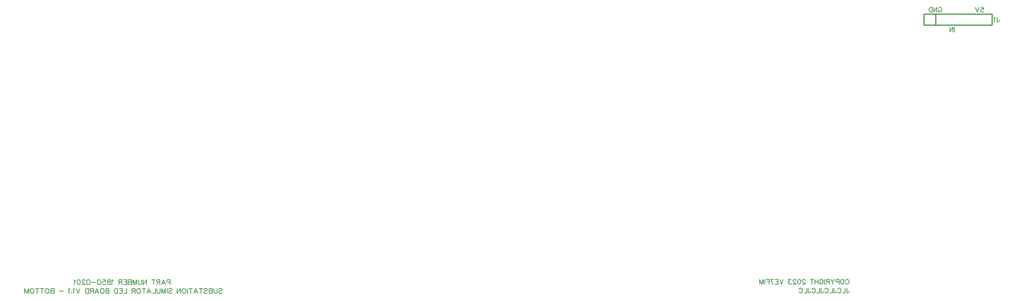
<source format=gbo>
G04 Layer: BottomSilkscreenLayer*
G04 EasyEDA v6.5.34, 2023-08-27 23:32:40*
G04 d061e9a780f541beb3afb4a1d4dccede,5a6b42c53f6a479593ecc07194224c93,10*
G04 Gerber Generator version 0.2*
G04 Scale: 100 percent, Rotated: No, Reflected: No *
G04 Dimensions in millimeters *
G04 leading zeros omitted , absolute positions ,4 integer and 5 decimal *
%FSLAX45Y45*%
%MOMM*%

%ADD10C,0.2032*%
%ADD11C,0.1520*%
%ADD12C,0.1524*%
%ADD13C,0.2540*%

%LPD*%
D10*
X24320804Y463989D02*
G01*
X24320804Y349445D01*
X24320804Y463989D02*
G01*
X24271714Y463989D01*
X24255351Y458536D01*
X24249895Y453082D01*
X24244442Y442173D01*
X24244442Y425808D01*
X24249895Y414898D01*
X24255351Y409445D01*
X24271714Y403989D01*
X24320804Y403989D01*
X24164805Y463989D02*
G01*
X24208440Y349445D01*
X24164805Y463989D02*
G01*
X24121168Y349445D01*
X24192077Y387626D02*
G01*
X24137533Y387626D01*
X24085168Y463989D02*
G01*
X24085168Y349445D01*
X24085168Y463989D02*
G01*
X24036078Y463989D01*
X24019715Y458536D01*
X24014259Y453082D01*
X24008806Y442173D01*
X24008806Y431264D01*
X24014259Y420354D01*
X24019715Y414898D01*
X24036078Y409445D01*
X24085168Y409445D01*
X24046987Y409445D02*
G01*
X24008806Y349445D01*
X23934623Y463989D02*
G01*
X23934623Y349445D01*
X23972804Y463989D02*
G01*
X23896441Y463989D01*
X23776442Y463989D02*
G01*
X23776442Y349445D01*
X23776442Y463989D02*
G01*
X23700079Y349445D01*
X23700079Y463989D02*
G01*
X23700079Y349445D01*
X23664077Y463989D02*
G01*
X23664077Y382173D01*
X23658624Y365808D01*
X23647714Y354898D01*
X23631352Y349445D01*
X23620442Y349445D01*
X23604077Y354898D01*
X23593170Y365808D01*
X23587715Y382173D01*
X23587715Y463989D01*
X23551715Y463989D02*
G01*
X23551715Y349445D01*
X23551715Y463989D02*
G01*
X23508078Y349445D01*
X23464443Y463989D02*
G01*
X23508078Y349445D01*
X23464443Y463989D02*
G01*
X23464443Y349445D01*
X23428441Y463989D02*
G01*
X23428441Y349445D01*
X23428441Y463989D02*
G01*
X23379351Y463989D01*
X23362988Y458536D01*
X23357535Y453082D01*
X23352079Y442173D01*
X23352079Y431264D01*
X23357535Y420354D01*
X23362988Y414898D01*
X23379351Y409445D01*
X23428441Y409445D02*
G01*
X23379351Y409445D01*
X23362988Y403989D01*
X23357535Y398536D01*
X23352079Y387626D01*
X23352079Y371264D01*
X23357535Y360354D01*
X23362988Y354898D01*
X23379351Y349445D01*
X23428441Y349445D01*
X23316079Y463989D02*
G01*
X23316079Y349445D01*
X23316079Y463989D02*
G01*
X23245170Y463989D01*
X23316079Y409445D02*
G01*
X23272442Y409445D01*
X23316079Y349445D02*
G01*
X23245170Y349445D01*
X23209171Y463989D02*
G01*
X23209171Y349445D01*
X23209171Y463989D02*
G01*
X23160080Y463989D01*
X23143715Y458536D01*
X23138262Y453082D01*
X23132806Y442173D01*
X23132806Y431264D01*
X23138262Y420354D01*
X23143715Y414898D01*
X23160080Y409445D01*
X23209171Y409445D01*
X23170989Y409445D02*
G01*
X23132806Y349445D01*
X23012806Y442173D02*
G01*
X23001897Y447626D01*
X22985534Y463989D01*
X22985534Y349445D01*
X22922263Y463989D02*
G01*
X22938625Y458536D01*
X22944079Y447626D01*
X22944079Y436717D01*
X22938625Y425808D01*
X22927716Y420354D01*
X22905897Y414898D01*
X22889535Y409445D01*
X22878625Y398536D01*
X22873172Y387626D01*
X22873172Y371264D01*
X22878625Y360354D01*
X22884079Y354898D01*
X22900444Y349445D01*
X22922263Y349445D01*
X22938625Y354898D01*
X22944079Y360354D01*
X22949534Y371264D01*
X22949534Y387626D01*
X22944079Y398536D01*
X22933172Y409445D01*
X22916807Y414898D01*
X22894988Y420354D01*
X22884079Y425808D01*
X22878625Y436717D01*
X22878625Y447626D01*
X22884079Y458536D01*
X22900444Y463989D01*
X22922263Y463989D01*
X22771717Y463989D02*
G01*
X22826261Y463989D01*
X22831717Y414898D01*
X22826261Y420354D01*
X22809898Y425808D01*
X22793535Y425808D01*
X22777170Y420354D01*
X22766261Y409445D01*
X22760807Y393082D01*
X22760807Y382173D01*
X22766261Y365808D01*
X22777170Y354898D01*
X22793535Y349445D01*
X22809898Y349445D01*
X22826261Y354898D01*
X22831717Y360354D01*
X22837170Y371264D01*
X22692080Y463989D02*
G01*
X22708443Y458536D01*
X22719352Y442173D01*
X22724808Y414898D01*
X22724808Y398536D01*
X22719352Y371264D01*
X22708443Y354898D01*
X22692080Y349445D01*
X22681171Y349445D01*
X22664808Y354898D01*
X22653899Y371264D01*
X22648443Y398536D01*
X22648443Y414898D01*
X22653899Y442173D01*
X22664808Y458536D01*
X22681171Y463989D01*
X22692080Y463989D01*
X22612443Y398536D02*
G01*
X22514262Y398536D01*
X22445535Y463989D02*
G01*
X22461898Y458536D01*
X22472807Y442173D01*
X22478263Y414898D01*
X22478263Y398536D01*
X22472807Y371264D01*
X22461898Y354898D01*
X22445535Y349445D01*
X22434626Y349445D01*
X22418263Y354898D01*
X22407354Y371264D01*
X22401898Y398536D01*
X22401898Y414898D01*
X22407354Y442173D01*
X22418263Y458536D01*
X22434626Y463989D01*
X22445535Y463989D01*
X22360445Y436717D02*
G01*
X22360445Y442173D01*
X22354989Y453082D01*
X22349536Y458536D01*
X22338626Y463989D01*
X22316808Y463989D01*
X22305899Y458536D01*
X22300445Y453082D01*
X22294989Y442173D01*
X22294989Y431264D01*
X22300445Y420354D01*
X22311354Y403989D01*
X22365898Y349445D01*
X22289536Y349445D01*
X22220809Y463989D02*
G01*
X22237171Y458536D01*
X22248080Y442173D01*
X22253536Y414898D01*
X22253536Y398536D01*
X22248080Y371264D01*
X22237171Y354898D01*
X22220809Y349445D01*
X22209899Y349445D01*
X22193537Y354898D01*
X22182627Y371264D01*
X22177171Y398536D01*
X22177171Y414898D01*
X22182627Y442173D01*
X22193537Y458536D01*
X22209899Y463989D01*
X22220809Y463989D01*
X22141172Y442173D02*
G01*
X22130263Y447626D01*
X22113900Y463989D01*
X22113900Y349445D01*
X25437937Y244426D02*
G01*
X25448846Y255336D01*
X25465209Y260789D01*
X25487028Y260789D01*
X25503390Y255336D01*
X25514300Y244426D01*
X25514300Y233517D01*
X25508846Y222608D01*
X25503390Y217154D01*
X25492481Y211698D01*
X25459753Y200789D01*
X25448846Y195336D01*
X25443390Y189882D01*
X25437937Y178973D01*
X25437937Y162608D01*
X25448846Y151698D01*
X25465209Y146245D01*
X25487028Y146245D01*
X25503390Y151698D01*
X25514300Y162608D01*
X25401935Y260789D02*
G01*
X25401935Y178973D01*
X25396482Y162608D01*
X25385572Y151698D01*
X25369210Y146245D01*
X25358300Y146245D01*
X25341935Y151698D01*
X25331028Y162608D01*
X25325572Y178973D01*
X25325572Y260789D01*
X25289573Y260789D02*
G01*
X25289573Y146245D01*
X25289573Y260789D02*
G01*
X25240482Y260789D01*
X25224117Y255336D01*
X25218664Y249882D01*
X25213210Y238973D01*
X25213210Y228064D01*
X25218664Y217154D01*
X25224117Y211698D01*
X25240482Y206245D01*
X25289573Y206245D02*
G01*
X25240482Y206245D01*
X25224117Y200789D01*
X25218664Y195336D01*
X25213210Y184426D01*
X25213210Y168064D01*
X25218664Y157154D01*
X25224117Y151698D01*
X25240482Y146245D01*
X25289573Y146245D01*
X25100846Y244426D02*
G01*
X25111755Y255336D01*
X25128118Y260789D01*
X25149936Y260789D01*
X25166299Y255336D01*
X25177208Y244426D01*
X25177208Y233517D01*
X25171755Y222608D01*
X25166299Y217154D01*
X25155390Y211698D01*
X25122665Y200789D01*
X25111755Y195336D01*
X25106299Y189882D01*
X25100846Y178973D01*
X25100846Y162608D01*
X25111755Y151698D01*
X25128118Y146245D01*
X25149936Y146245D01*
X25166299Y151698D01*
X25177208Y162608D01*
X25026665Y260789D02*
G01*
X25026665Y146245D01*
X25064847Y260789D02*
G01*
X24988481Y260789D01*
X24908847Y260789D02*
G01*
X24952482Y146245D01*
X24908847Y260789D02*
G01*
X24865210Y146245D01*
X24936119Y184426D02*
G01*
X24881573Y184426D01*
X24791029Y260789D02*
G01*
X24791029Y146245D01*
X24829211Y260789D02*
G01*
X24752846Y260789D01*
X24716846Y260789D02*
G01*
X24716846Y146245D01*
X24648119Y260789D02*
G01*
X24659028Y255336D01*
X24669937Y244426D01*
X24675391Y233517D01*
X24680847Y217154D01*
X24680847Y189882D01*
X24675391Y173517D01*
X24669937Y162608D01*
X24659028Y151698D01*
X24648119Y146245D01*
X24626300Y146245D01*
X24615391Y151698D01*
X24604484Y162608D01*
X24599028Y173517D01*
X24593575Y189882D01*
X24593575Y217154D01*
X24599028Y233517D01*
X24604484Y244426D01*
X24615391Y255336D01*
X24626300Y260789D01*
X24648119Y260789D01*
X24557573Y260789D02*
G01*
X24557573Y146245D01*
X24557573Y260789D02*
G01*
X24481210Y146245D01*
X24481210Y260789D02*
G01*
X24481210Y146245D01*
X24284848Y244426D02*
G01*
X24295757Y255336D01*
X24312120Y260789D01*
X24333939Y260789D01*
X24350301Y255336D01*
X24361211Y244426D01*
X24361211Y233517D01*
X24355757Y222608D01*
X24350301Y217154D01*
X24339392Y211698D01*
X24306667Y200789D01*
X24295757Y195336D01*
X24290301Y189882D01*
X24284848Y178973D01*
X24284848Y162608D01*
X24295757Y151698D01*
X24312120Y146245D01*
X24333939Y146245D01*
X24350301Y151698D01*
X24361211Y162608D01*
X24248849Y260789D02*
G01*
X24248849Y146245D01*
X24212847Y260789D02*
G01*
X24212847Y146245D01*
X24212847Y260789D02*
G01*
X24169212Y146245D01*
X24125575Y260789D02*
G01*
X24169212Y146245D01*
X24125575Y260789D02*
G01*
X24125575Y146245D01*
X24089575Y260789D02*
G01*
X24089575Y178973D01*
X24084119Y162608D01*
X24073213Y151698D01*
X24056848Y146245D01*
X24045938Y146245D01*
X24029576Y151698D01*
X24018666Y162608D01*
X24013213Y178973D01*
X24013213Y260789D01*
X23977211Y260789D02*
G01*
X23977211Y146245D01*
X23977211Y146245D02*
G01*
X23911758Y146245D01*
X23832121Y260789D02*
G01*
X23875758Y146245D01*
X23832121Y260789D02*
G01*
X23788484Y146245D01*
X23859393Y184426D02*
G01*
X23804849Y184426D01*
X23714303Y260789D02*
G01*
X23714303Y146245D01*
X23752484Y260789D02*
G01*
X23676122Y260789D01*
X23607395Y260789D02*
G01*
X23618304Y255336D01*
X23629213Y244426D01*
X23634666Y233517D01*
X23640122Y217154D01*
X23640122Y189882D01*
X23634666Y173517D01*
X23629213Y162608D01*
X23618304Y151698D01*
X23607395Y146245D01*
X23585576Y146245D01*
X23574667Y151698D01*
X23563757Y162608D01*
X23558304Y173517D01*
X23552848Y189882D01*
X23552848Y217154D01*
X23558304Y233517D01*
X23563757Y244426D01*
X23574667Y255336D01*
X23585576Y260789D01*
X23607395Y260789D01*
X23516849Y260789D02*
G01*
X23516849Y146245D01*
X23516849Y260789D02*
G01*
X23467758Y260789D01*
X23451395Y255336D01*
X23445939Y249882D01*
X23440486Y238973D01*
X23440486Y228064D01*
X23445939Y217154D01*
X23451395Y211698D01*
X23467758Y206245D01*
X23516849Y206245D01*
X23478667Y206245D02*
G01*
X23440486Y146245D01*
X23320486Y260789D02*
G01*
X23320486Y146245D01*
X23320486Y146245D02*
G01*
X23255030Y146245D01*
X23219031Y260789D02*
G01*
X23219031Y146245D01*
X23219031Y260789D02*
G01*
X23148122Y260789D01*
X23219031Y206245D02*
G01*
X23175394Y206245D01*
X23219031Y146245D02*
G01*
X23148122Y146245D01*
X23112122Y260789D02*
G01*
X23112122Y146245D01*
X23112122Y260789D02*
G01*
X23073941Y260789D01*
X23057576Y255336D01*
X23046669Y244426D01*
X23041213Y233517D01*
X23035760Y217154D01*
X23035760Y189882D01*
X23041213Y173517D01*
X23046669Y162608D01*
X23057576Y151698D01*
X23073941Y146245D01*
X23112122Y146245D01*
X22915760Y260789D02*
G01*
X22915760Y146245D01*
X22915760Y260789D02*
G01*
X22866670Y260789D01*
X22850304Y255336D01*
X22844851Y249882D01*
X22839395Y238973D01*
X22839395Y228064D01*
X22844851Y217154D01*
X22850304Y211698D01*
X22866670Y206245D01*
X22915760Y206245D02*
G01*
X22866670Y206245D01*
X22850304Y200789D01*
X22844851Y195336D01*
X22839395Y184426D01*
X22839395Y168064D01*
X22844851Y157154D01*
X22850304Y151698D01*
X22866670Y146245D01*
X22915760Y146245D01*
X22770668Y260789D02*
G01*
X22781577Y255336D01*
X22792486Y244426D01*
X22797942Y233517D01*
X22803396Y217154D01*
X22803396Y189882D01*
X22797942Y173517D01*
X22792486Y162608D01*
X22781577Y151698D01*
X22770668Y146245D01*
X22748852Y146245D01*
X22737942Y151698D01*
X22727033Y162608D01*
X22721577Y173517D01*
X22716124Y189882D01*
X22716124Y217154D01*
X22721577Y233517D01*
X22727033Y244426D01*
X22737942Y255336D01*
X22748852Y260789D01*
X22770668Y260789D01*
X22636487Y260789D02*
G01*
X22680124Y146245D01*
X22636487Y260789D02*
G01*
X22592850Y146245D01*
X22663759Y184426D02*
G01*
X22609215Y184426D01*
X22556850Y260789D02*
G01*
X22556850Y146245D01*
X22556850Y260789D02*
G01*
X22507760Y260789D01*
X22491397Y255336D01*
X22485941Y249882D01*
X22480488Y238973D01*
X22480488Y228064D01*
X22485941Y217154D01*
X22491397Y211698D01*
X22507760Y206245D01*
X22556850Y206245D01*
X22518669Y206245D02*
G01*
X22480488Y146245D01*
X22444489Y260789D02*
G01*
X22444489Y146245D01*
X22444489Y260789D02*
G01*
X22406305Y260789D01*
X22389942Y255336D01*
X22379033Y244426D01*
X22373579Y233517D01*
X22368123Y217154D01*
X22368123Y189882D01*
X22373579Y173517D01*
X22379033Y162608D01*
X22389942Y151698D01*
X22406305Y146245D01*
X22444489Y146245D01*
X22248124Y260789D02*
G01*
X22204489Y146245D01*
X22160852Y260789D02*
G01*
X22204489Y146245D01*
X22124852Y238973D02*
G01*
X22113943Y244426D01*
X22097578Y260789D01*
X22097578Y146245D01*
X22056125Y173517D02*
G01*
X22061578Y168064D01*
X22056125Y162608D01*
X22050669Y168064D01*
X22056125Y173517D01*
X22014670Y238973D02*
G01*
X22003760Y244426D01*
X21987398Y260789D01*
X21987398Y146245D01*
X21867398Y195336D02*
G01*
X21769217Y195336D01*
X21649217Y260789D02*
G01*
X21649217Y146245D01*
X21649217Y260789D02*
G01*
X21600126Y260789D01*
X21583761Y255336D01*
X21578308Y249882D01*
X21572852Y238973D01*
X21572852Y228064D01*
X21578308Y217154D01*
X21583761Y211698D01*
X21600126Y206245D01*
X21649217Y206245D02*
G01*
X21600126Y206245D01*
X21583761Y200789D01*
X21578308Y195336D01*
X21572852Y184426D01*
X21572852Y168064D01*
X21578308Y157154D01*
X21583761Y151698D01*
X21600126Y146245D01*
X21649217Y146245D01*
X21504125Y260789D02*
G01*
X21515034Y255336D01*
X21525943Y244426D01*
X21531399Y233517D01*
X21536853Y217154D01*
X21536853Y189882D01*
X21531399Y173517D01*
X21525943Y162608D01*
X21515034Y151698D01*
X21504125Y146245D01*
X21482309Y146245D01*
X21471399Y151698D01*
X21460490Y162608D01*
X21455034Y173517D01*
X21449581Y189882D01*
X21449581Y217154D01*
X21455034Y233517D01*
X21460490Y244426D01*
X21471399Y255336D01*
X21482309Y260789D01*
X21504125Y260789D01*
X21375397Y260789D02*
G01*
X21375397Y146245D01*
X21413581Y260789D02*
G01*
X21337216Y260789D01*
X21263035Y260789D02*
G01*
X21263035Y146245D01*
X21301217Y260789D02*
G01*
X21224854Y260789D01*
X21156127Y260789D02*
G01*
X21167036Y255336D01*
X21177945Y244426D01*
X21183399Y233517D01*
X21188855Y217154D01*
X21188855Y189882D01*
X21183399Y173517D01*
X21177945Y162608D01*
X21167036Y151698D01*
X21156127Y146245D01*
X21134308Y146245D01*
X21123399Y151698D01*
X21112490Y162608D01*
X21107036Y173517D01*
X21101580Y189882D01*
X21101580Y217154D01*
X21107036Y233517D01*
X21112490Y244426D01*
X21123399Y255336D01*
X21134308Y260789D01*
X21156127Y260789D01*
X21065581Y260789D02*
G01*
X21065581Y146245D01*
X21065581Y260789D02*
G01*
X21021944Y146245D01*
X20978309Y260789D02*
G01*
X21021944Y146245D01*
X20978309Y260789D02*
G01*
X20978309Y146245D01*
D11*
X39876846Y267751D02*
G01*
X39876846Y184624D01*
X39882043Y169037D01*
X39887237Y163842D01*
X39897629Y158648D01*
X39908020Y158648D01*
X39918411Y163842D01*
X39923608Y169037D01*
X39928802Y184624D01*
X39928802Y195016D01*
X39842556Y267751D02*
G01*
X39842556Y158648D01*
X39842556Y158648D02*
G01*
X39780212Y158648D01*
X39667990Y241774D02*
G01*
X39673187Y252166D01*
X39683578Y262557D01*
X39693966Y267751D01*
X39714749Y267751D01*
X39725140Y262557D01*
X39735531Y252166D01*
X39740728Y241774D01*
X39745922Y226187D01*
X39745922Y200210D01*
X39740728Y184624D01*
X39735531Y174233D01*
X39725140Y163842D01*
X39714749Y158648D01*
X39693966Y158648D01*
X39683578Y163842D01*
X39673187Y174233D01*
X39667990Y184624D01*
X39581747Y267751D02*
G01*
X39581747Y184624D01*
X39586941Y169037D01*
X39592138Y163842D01*
X39602526Y158648D01*
X39612917Y158648D01*
X39623309Y163842D01*
X39628505Y169037D01*
X39633700Y184624D01*
X39633700Y195016D01*
X39547457Y267751D02*
G01*
X39547457Y158648D01*
X39547457Y158648D02*
G01*
X39485110Y158648D01*
X39372887Y241774D02*
G01*
X39378084Y252166D01*
X39388475Y262557D01*
X39398867Y267751D01*
X39419646Y267751D01*
X39430037Y262557D01*
X39440429Y252166D01*
X39445625Y241774D01*
X39450820Y226187D01*
X39450820Y200210D01*
X39445625Y184624D01*
X39440429Y174233D01*
X39430037Y163842D01*
X39419646Y158648D01*
X39398867Y158648D01*
X39388475Y163842D01*
X39378084Y174233D01*
X39372887Y184624D01*
X39286644Y267751D02*
G01*
X39286644Y184624D01*
X39291839Y169037D01*
X39297035Y163842D01*
X39307427Y158648D01*
X39317818Y158648D01*
X39328206Y163842D01*
X39333403Y169037D01*
X39338597Y184624D01*
X39338597Y195016D01*
X39252354Y267751D02*
G01*
X39252354Y158648D01*
X39252354Y158648D02*
G01*
X39190007Y158648D01*
X39077788Y241774D02*
G01*
X39082982Y252166D01*
X39093373Y262557D01*
X39103764Y267751D01*
X39124547Y267751D01*
X39134938Y262557D01*
X39145326Y252166D01*
X39150523Y241774D01*
X39155717Y226187D01*
X39155717Y200210D01*
X39150523Y184624D01*
X39145326Y174233D01*
X39134938Y163842D01*
X39124547Y158648D01*
X39103764Y158648D01*
X39093373Y163842D01*
X39082982Y174233D01*
X39077788Y184624D01*
X38991542Y267751D02*
G01*
X38991542Y184624D01*
X38996736Y169037D01*
X39001933Y163842D01*
X39012324Y158648D01*
X39022715Y158648D01*
X39033107Y163842D01*
X39038301Y169037D01*
X39043498Y184624D01*
X39043498Y195016D01*
X38957252Y267751D02*
G01*
X38957252Y158648D01*
X38957252Y158648D02*
G01*
X38894908Y158648D01*
X38782685Y241774D02*
G01*
X38787880Y252166D01*
X38798271Y262557D01*
X38808662Y267751D01*
X38829444Y267751D01*
X38839835Y262557D01*
X38850227Y252166D01*
X38855421Y241774D01*
X38860618Y226187D01*
X38860618Y200210D01*
X38855421Y184624D01*
X38850227Y174233D01*
X38839835Y163842D01*
X38829444Y158648D01*
X38808662Y158648D01*
X38798271Y163842D01*
X38787880Y174233D01*
X38782685Y184624D01*
D12*
X39850867Y444962D02*
G01*
X39856064Y455353D01*
X39866455Y465744D01*
X39876844Y470938D01*
X39897626Y470938D01*
X39908017Y465744D01*
X39918408Y455353D01*
X39923605Y444962D01*
X39928800Y429374D01*
X39928800Y403397D01*
X39923605Y387812D01*
X39918408Y377421D01*
X39908017Y367029D01*
X39897626Y361835D01*
X39876844Y361835D01*
X39866455Y367029D01*
X39856064Y377421D01*
X39850867Y387812D01*
X39785404Y470938D02*
G01*
X39795795Y465744D01*
X39806186Y455353D01*
X39811383Y444962D01*
X39816577Y429374D01*
X39816577Y403397D01*
X39811383Y387812D01*
X39806186Y377421D01*
X39795795Y367029D01*
X39785404Y361835D01*
X39764624Y361835D01*
X39754233Y367029D01*
X39743842Y377421D01*
X39738645Y387812D01*
X39733451Y403397D01*
X39733451Y429374D01*
X39738645Y444962D01*
X39743842Y455353D01*
X39754233Y465744D01*
X39764624Y470938D01*
X39785404Y470938D01*
X39699161Y470938D02*
G01*
X39699161Y361835D01*
X39699161Y470938D02*
G01*
X39652402Y470938D01*
X39636814Y465744D01*
X39631620Y460547D01*
X39626425Y450156D01*
X39626425Y434571D01*
X39631620Y424179D01*
X39636814Y418985D01*
X39652402Y413788D01*
X39699161Y413788D01*
X39592135Y470938D02*
G01*
X39550571Y418985D01*
X39550571Y361835D01*
X39509006Y470938D02*
G01*
X39550571Y418985D01*
X39474716Y470938D02*
G01*
X39474716Y361835D01*
X39474716Y470938D02*
G01*
X39427957Y470938D01*
X39412372Y465744D01*
X39407175Y460547D01*
X39401981Y450156D01*
X39401981Y439765D01*
X39407175Y429374D01*
X39412372Y424179D01*
X39427957Y418985D01*
X39474716Y418985D01*
X39438348Y418985D02*
G01*
X39401981Y361835D01*
X39367691Y470938D02*
G01*
X39367691Y361835D01*
X39255468Y444962D02*
G01*
X39260665Y455353D01*
X39271054Y465744D01*
X39281445Y470938D01*
X39302227Y470938D01*
X39312618Y465744D01*
X39323009Y455353D01*
X39328204Y444962D01*
X39333401Y429374D01*
X39333401Y403397D01*
X39328204Y387812D01*
X39323009Y377421D01*
X39312618Y367029D01*
X39302227Y361835D01*
X39281445Y361835D01*
X39271054Y367029D01*
X39260665Y377421D01*
X39255468Y387812D01*
X39255468Y403397D01*
X39281445Y403397D02*
G01*
X39255468Y403397D01*
X39221178Y470938D02*
G01*
X39221178Y361835D01*
X39148443Y470938D02*
G01*
X39148443Y361835D01*
X39221178Y418985D02*
G01*
X39148443Y418985D01*
X39077785Y470938D02*
G01*
X39077785Y361835D01*
X39114153Y470938D02*
G01*
X39041415Y470938D01*
X38921921Y444962D02*
G01*
X38921921Y450156D01*
X38916724Y460547D01*
X38911529Y465744D01*
X38901138Y470938D01*
X38880356Y470938D01*
X38869965Y465744D01*
X38864771Y460547D01*
X38859574Y450156D01*
X38859574Y439765D01*
X38864771Y429374D01*
X38875162Y413788D01*
X38927115Y361835D01*
X38854379Y361835D01*
X38788916Y470938D02*
G01*
X38804504Y465744D01*
X38814895Y450156D01*
X38820090Y424179D01*
X38820090Y408594D01*
X38814895Y382615D01*
X38804504Y367029D01*
X38788916Y361835D01*
X38778525Y361835D01*
X38762940Y367029D01*
X38752548Y382615D01*
X38747354Y408594D01*
X38747354Y424179D01*
X38752548Y450156D01*
X38762940Y465744D01*
X38778525Y470938D01*
X38788916Y470938D01*
X38707867Y444962D02*
G01*
X38707867Y450156D01*
X38702673Y460547D01*
X38697476Y465744D01*
X38687085Y470938D01*
X38666305Y470938D01*
X38655914Y465744D01*
X38650717Y460547D01*
X38645523Y450156D01*
X38645523Y439765D01*
X38650717Y429374D01*
X38661108Y413788D01*
X38713064Y361835D01*
X38640326Y361835D01*
X38595645Y470938D02*
G01*
X38538495Y470938D01*
X38569668Y429374D01*
X38554083Y429374D01*
X38543692Y424179D01*
X38538495Y418985D01*
X38533301Y403397D01*
X38533301Y393006D01*
X38538495Y377421D01*
X38548886Y367029D01*
X38564474Y361835D01*
X38580059Y361835D01*
X38595645Y367029D01*
X38600842Y372224D01*
X38606036Y382615D01*
X38419001Y470938D02*
G01*
X38377436Y361835D01*
X38335874Y470938D02*
G01*
X38377436Y361835D01*
X38301584Y470938D02*
G01*
X38301584Y361835D01*
X38301584Y470938D02*
G01*
X38234043Y470938D01*
X38301584Y418985D02*
G01*
X38260020Y418985D01*
X38301584Y361835D02*
G01*
X38234043Y361835D01*
X38127015Y470938D02*
G01*
X38178971Y361835D01*
X38199753Y470938D02*
G01*
X38127015Y470938D01*
X38092725Y470938D02*
G01*
X38092725Y361835D01*
X38092725Y470938D02*
G01*
X38025184Y470938D01*
X38092725Y418985D02*
G01*
X38051163Y418985D01*
X37990894Y470938D02*
G01*
X37990894Y361835D01*
X37956604Y470938D02*
G01*
X37956604Y361835D01*
X37956604Y470938D02*
G01*
X37915042Y361835D01*
X37873477Y470938D02*
G01*
X37915042Y361835D01*
X37873477Y470938D02*
G01*
X37873477Y361835D01*
X41984467Y6718762D02*
G01*
X41989664Y6729153D01*
X42000055Y6739544D01*
X42010444Y6744738D01*
X42031226Y6744738D01*
X42041617Y6739544D01*
X42052008Y6729153D01*
X42057205Y6718762D01*
X42062400Y6703174D01*
X42062400Y6677197D01*
X42057205Y6661612D01*
X42052008Y6651221D01*
X42041617Y6640829D01*
X42031226Y6635635D01*
X42010444Y6635635D01*
X42000055Y6640829D01*
X41989664Y6651221D01*
X41984467Y6661612D01*
X41984467Y6677197D01*
X42010444Y6677197D02*
G01*
X41984467Y6677197D01*
X41950177Y6744738D02*
G01*
X41950177Y6635635D01*
X41950177Y6744738D02*
G01*
X41877442Y6635635D01*
X41877442Y6744738D02*
G01*
X41877442Y6635635D01*
X41843152Y6744738D02*
G01*
X41843152Y6635635D01*
X41843152Y6744738D02*
G01*
X41806784Y6744738D01*
X41791196Y6739544D01*
X41780805Y6729153D01*
X41775611Y6718762D01*
X41770414Y6703174D01*
X41770414Y6677197D01*
X41775611Y6661612D01*
X41780805Y6651221D01*
X41791196Y6640829D01*
X41806784Y6635635D01*
X41843152Y6635635D01*
X42354500Y6287538D02*
G01*
X42354500Y6178435D01*
X42320209Y6287538D02*
G01*
X42320209Y6178435D01*
X42320209Y6287538D02*
G01*
X42247474Y6178435D01*
X42247474Y6287538D02*
G01*
X42247474Y6178435D01*
X42965255Y6744738D02*
G01*
X43017208Y6744738D01*
X43022405Y6697979D01*
X43017208Y6703174D01*
X43001623Y6708371D01*
X42986035Y6708371D01*
X42970450Y6703174D01*
X42960058Y6692785D01*
X42954864Y6677197D01*
X42954864Y6666806D01*
X42960058Y6651221D01*
X42970450Y6640829D01*
X42986035Y6635635D01*
X43001623Y6635635D01*
X43017208Y6640829D01*
X43022405Y6646024D01*
X43027600Y6656415D01*
X42920574Y6744738D02*
G01*
X42879009Y6635635D01*
X42837445Y6744738D02*
G01*
X42879009Y6635635D01*
X43331244Y6516138D02*
G01*
X43331244Y6433012D01*
X43336441Y6417424D01*
X43341635Y6412229D01*
X43352026Y6407035D01*
X43362417Y6407035D01*
X43372808Y6412229D01*
X43378005Y6417424D01*
X43383200Y6433012D01*
X43383200Y6443403D01*
X43296954Y6495356D02*
G01*
X43286565Y6500553D01*
X43270977Y6516138D01*
X43270977Y6407035D01*
D13*
X43213700Y6337300D02*
G01*
X43213700Y6591300D01*
X41647699Y6337300D02*
G01*
X43213700Y6337300D01*
X41647699Y6591300D02*
G01*
X43213700Y6591300D01*
X41925052Y6337300D02*
G01*
X41925052Y6591300D01*
X41647699Y6337300D02*
G01*
X41647699Y6591300D01*
M02*

</source>
